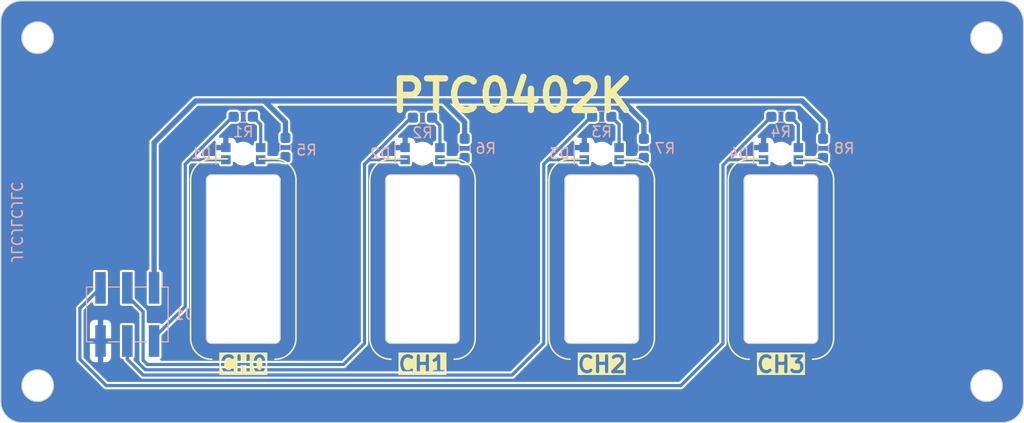
<source format=kicad_pcb>
(kicad_pcb (version 20221018) (generator pcbnew)
  (title_block (title "PTC0402k Front Panel") (date "2023-09-13") (rev "1.0") (company "Blueskin Design Ltd") (comment 1 "License: CERN-OHL-W") (comment 2 "Designer: Michael Turner"))
  (layers (0 "F.Cu" signal) (31 "B.Cu" signal) (34 "B.Paste" user) (35 "F.Paste" user) (36 "B.SilkS" user "B.Silkscreen") (37 "F.SilkS" user "F.Silkscreen") (38 "B.Mask" user) (39 "F.Mask" user) (44 "Edge.Cuts" user))
  (net 0 "")
  (net 1 "/LED0")
  (net 2 "GND")
  (net 3 "Net-(D1-Pad3)")
  (net 4 "Net-(D1-Pad4)")
  (net 5 "/LED1")
  (net 6 "Net-(D2-Pad3)")
  (net 7 "Net-(D2-Pad4)")
  (net 8 "/LED2")
  (net 9 "Net-(D3-Pad3)")
  (net 10 "Net-(D3-Pad4)")
  (net 11 "/LED3")
  (net 12 "Net-(D4-Pad3)")
  (net 13 "Net-(D4-Pad4)")
  (net 14 "+3V3")
  (footprint "Resistor_SMD:R_0603_1608Metric_Pad0.98x0.95mm_HandSolder" (layer "B.Cu") (at 128.5 113.9125 -90)
    (fp_text reference "R5" (at 0.254724 -2 180) (layer "B.SilkS") (effects (justify mirror)))
    (fp_text value "820")
    (fp_line (start -0.254724 -0.5225) (end 0.254724 -0.5225) (stroke (width 0.12)) (layer "B.SilkS"))
    (fp_line (start -0.254724 0.5225) (end 0.254724 0.5225) (stroke (width 0.12)) (layer "B.SilkS"))
    (pad "1" smd roundrect (at -0.9125 0 270) (size 0.975 0.95) (layers "B.Cu" "B.Paste" "B.Mask") (net 14 "+3V3"))
    (pad "2" smd roundrect (at 0.9125 0 270) (size 0.975 0.95) (layers "B.Cu" "B.Paste" "B.Mask") (net 4 "Net-(D1-Pad4)"))
  )
  (footprint "Footprints:Wurth_Bicolor_Reverse_Mount_LED" (layer "B.Cu") (at 175.5 114.5)
    (fp_text reference "D4" (at -4 0 unlocked) (layer "B.SilkS") (effects (justify mirror)))
    (fp_text value "LED_Dual_KKAA")
    (fp_line (start -2.6 1) (end -2.6 -1) (stroke (width 0.12)) (layer "B.SilkS"))
    (pad "" np_thru_hole circle (at 0 0) (size 1.75 1.75) (drill 1.75) (layers "F&B.Cu" "*.Mask"))
    (pad "1" smd rect (at -1.65 0.575) (size 0.9 0.85) (layers "B.Cu" "B.Paste" "B.Mask") (net 11 "/LED3"))
    (pad "2" smd rect (at -1.65 -0.575) (size 0.9 0.85) (layers "B.Cu" "B.Paste" "B.Mask") (net 2 "GND"))
    (pad "3" smd rect (at 1.65 -0.575) (size 0.9 0.85) (layers "B.Cu" "B.Paste" "B.Mask") (net 12 "Net-(D4-Pad3)"))
    (pad "4" smd rect (at 1.65 0.575) (size 0.9 0.85) (layers "B.Cu" "B.Paste" "B.Mask") (net 13 "Net-(D4-Pad4)"))
  )
  (footprint "Footprints:Wurth_Bicolor_Reverse_Mount_LED" (layer "B.Cu") (at 124.5 114.5)
    (fp_text reference "D1" (at -4 0 unlocked) (layer "B.SilkS") (effects (justify mirror)))
    (fp_text value "LED_Dual_KKAA")
    (fp_line (start -2.6 1) (end -2.6 -1) (stroke (width 0.12)) (layer "B.SilkS"))
    (pad "" np_thru_hole circle (at 0 0) (size 1.75 1.75) (drill 1.75) (layers "F&B.Cu" "*.Mask"))
    (pad "1" smd rect (at -1.65 0.575) (size 0.9 0.85) (layers "B.Cu" "B.Paste" "B.Mask") (net 1 "/LED0"))
    (pad "2" smd rect (at -1.65 -0.575) (size 0.9 0.85) (layers "B.Cu" "B.Paste" "B.Mask") (net 2 "GND"))
    (pad "3" smd rect (at 1.65 -0.575) (size 0.9 0.85) (layers "B.Cu" "B.Paste" "B.Mask") (net 3 "Net-(D1-Pad3)"))
    (pad "4" smd rect (at 1.65 0.575) (size 0.9 0.85) (layers "B.Cu" "B.Paste" "B.Mask") (net 4 "Net-(D1-Pad4)"))
  )
  (footprint "Resistor_SMD:R_0603_1608Metric_Pad0.98x0.95mm_HandSolder" (layer "B.Cu") (at 124.5 111)
    (fp_text reference "R1" (at 0 1.43) (layer "B.SilkS") (effects (justify mirror)))
    (fp_text value "820")
    (fp_line (start -0.254724 -0.5225) (end 0.254724 -0.5225) (stroke (width 0.12)) (layer "B.SilkS"))
    (fp_line (start -0.254724 0.5225) (end 0.254724 0.5225) (stroke (width 0.12)) (layer "B.SilkS"))
    (pad "1" smd roundrect (at -0.9125 0) (size 0.975 0.95) (layers "B.Cu" "B.Paste" "B.Mask") (net 1 "/LED0"))
    (pad "2" smd roundrect (at 0.9125 0) (size 0.975 0.95) (layers "B.Cu" "B.Paste" "B.Mask") (net 3 "Net-(D1-Pad3)"))
  )
  (footprint "Footprints:Wurth_Bicolor_Reverse_Mount_LED" (layer "B.Cu") (at 158.5 114.5)
    (fp_text reference "D3" (at -4 0 unlocked) (layer "B.SilkS") (effects (justify mirror)))
    (fp_text value "LED_Dual_KKAA")
    (fp_line (start -2.6 1) (end -2.6 -1) (stroke (width 0.12)) (layer "B.SilkS"))
    (pad "" np_thru_hole circle (at 0 0) (size 1.75 1.75) (drill 1.75) (layers "F&B.Cu" "*.Mask"))
    (pad "1" smd rect (at -1.65 0.575) (size 0.9 0.85) (layers "B.Cu" "B.Paste" "B.Mask") (net 8 "/LED2"))
    (pad "2" smd rect (at -1.65 -0.575) (size 0.9 0.85) (layers "B.Cu" "B.Paste" "B.Mask") (net 2 "GND"))
    (pad "3" smd rect (at 1.65 -0.575) (size 0.9 0.85) (layers "B.Cu" "B.Paste" "B.Mask") (net 9 "Net-(D3-Pad3)"))
    (pad "4" smd rect (at 1.65 0.575) (size 0.9 0.85) (layers "B.Cu" "B.Paste" "B.Mask") (net 10 "Net-(D3-Pad4)"))
  )
  (footprint "Footprints:Wurth_Bicolor_Reverse_Mount_LED" (layer "B.Cu") (at 141.5 114.5)
    (fp_text reference "D2" (at -4 0 unlocked) (layer "B.SilkS") (effects (justify mirror)))
    (fp_text value "LED_Dual_KKAA")
    (fp_line (start -2.6 1) (end -2.6 -1) (stroke (width 0.12)) (layer "B.SilkS"))
    (pad "" np_thru_hole circle (at 0 0) (size 1.75 1.75) (drill 1.75) (layers "F&B.Cu" "*.Mask"))
    (pad "1" smd rect (at -1.65 0.575) (size 0.9 0.85) (layers "B.Cu" "B.Paste" "B.Mask") (net 5 "/LED1"))
    (pad "2" smd rect (at -1.65 -0.575) (size 0.9 0.85) (layers "B.Cu" "B.Paste" "B.Mask") (net 2 "GND"))
    (pad "3" smd rect (at 1.65 -0.575) (size 0.9 0.85) (layers "B.Cu" "B.Paste" "B.Mask") (net 6 "Net-(D2-Pad3)"))
    (pad "4" smd rect (at 1.65 0.575) (size 0.9 0.85) (layers "B.Cu" "B.Paste" "B.Mask") (net 7 "Net-(D2-Pad4)"))
  )
  (footprint "Resistor_SMD:R_0603_1608Metric_Pad0.98x0.95mm_HandSolder" (layer "B.Cu") (at 179.5 114 -90)
    (fp_text reference "R8" (at 0 -2 180) (layer "B.SilkS") (effects (justify mirror)))
    (fp_text value "820")
    (fp_line (start -0.254724 -0.5225) (end 0.254724 -0.5225) (stroke (width 0.12)) (layer "B.SilkS"))
    (fp_line (start -0.254724 0.5225) (end 0.254724 0.5225) (stroke (width 0.12)) (layer "B.SilkS"))
    (pad "1" smd roundrect (at -0.9125 0 270) (size 0.975 0.95) (layers "B.Cu" "B.Paste" "B.Mask") (net 14 "+3V3"))
    (pad "2" smd roundrect (at 0.9125 0 270) (size 0.975 0.95) (layers "B.Cu" "B.Paste" "B.Mask") (net 13 "Net-(D4-Pad4)"))
  )
  (footprint "Connector_PinSocket_2.54mm:PinSocket_2x03_P2.54mm_Vertical_SMD" (layer "B.Cu") (at 113.5 129.75 90)
    (fp_text reference "J1" (at 0 5.31 180) (layer "B.SilkS") (effects (justify mirror)))
    (fp_text value "Conn_02x03_Odd_Even")
    (fp_line (start -2.6 -3.87) (end 2.6 -3.87) (stroke (width 0.12)) (layer "B.SilkS"))
    (fp_line (start -2.6 -3.3) (end -2.6 -3.87) (stroke (width 0.12)) (layer "B.SilkS"))
    (fp_line (start -2.6 -0.76) (end -2.6 -1.78) (stroke (width 0.12)) (layer "B.SilkS"))
    (fp_line (start -2.6 1.78) (end -2.6 0.76) (stroke (width 0.12)) (layer "B.SilkS"))
    (fp_line (start -2.6 3.87) (end -2.6 3.3) (stroke (width 0.12)) (layer "B.SilkS"))
    (fp_line (start -2.6 3.87) (end 2.6 3.87) (stroke (width 0.12)) (layer "B.SilkS"))
    (fp_line (start 2.6 -3.3) (end 2.6 -3.87) (stroke (width 0.12)) (layer "B.SilkS"))
    (fp_line (start 2.6 -0.76) (end 2.6 -1.78) (stroke (width 0.12)) (layer "B.SilkS"))
    (fp_line (start 2.6 1.78) (end 2.6 0.76) (stroke (width 0.12)) (layer "B.SilkS"))
    (fp_line (start 2.6 3.3) (end 3.96 3.3) (stroke (width 0.12)) (layer "B.SilkS"))
    (fp_line (start 2.6 3.87) (end 2.6 3.3) (stroke (width 0.12)) (layer "B.SilkS"))
    (pad "1" smd rect (at 2.52 2.54 90) (size 3 1) (layers "B.Cu" "B.Paste" "B.Mask") (net 14 "+3V3"))
    (pad "2" smd rect (at -2.52 2.54 90) (size 3 1) (layers "B.Cu" "B.Paste" "B.Mask") (net 1 "/LED0"))
    (pad "3" smd rect (at 2.52 0 90) (size 3 1) (layers "B.Cu" "B.Paste" "B.Mask") (net 5 "/LED1"))
    (pad "4" smd rect (at -2.52 0 90) (size 3 1) (layers "B.Cu" "B.Paste" "B.Mask") (net 8 "/LED2"))
    (pad "5" smd rect (at 2.52 -2.54 90) (size 3 1) (layers "B.Cu" "B.Paste" "B.Mask") (net 11 "/LED3"))
    (pad "6" smd rect (at -2.52 -2.54 90) (size 3 1) (layers "B.Cu" "B.Paste" "B.Mask") (net 2 "GND"))
  )
  (footprint "Resistor_SMD:R_0603_1608Metric_Pad0.98x0.95mm_HandSolder" (layer "B.Cu") (at 145.5 114 -90)
    (fp_text reference "R6" (at 0 -2 180) (layer "B.SilkS") (effects (justify mirror)))
    (fp_text value "820")
    (fp_line (start -0.254724 -0.5225) (end 0.254724 -0.5225) (stroke (width 0.12)) (layer "B.SilkS"))
    (fp_line (start -0.254724 0.5225) (end 0.254724 0.5225) (stroke (width 0.12)) (layer "B.SilkS"))
    (pad "1" smd roundrect (at -0.9125 0 270) (size 0.975 0.95) (layers "B.Cu" "B.Paste" "B.Mask") (net 14 "+3V3"))
    (pad "2" smd roundrect (at 0.9125 0 270) (size 0.975 0.95) (layers "B.Cu" "B.Paste" "B.Mask") (net 7 "Net-(D2-Pad4)"))
  )
  (footprint "Resistor_SMD:R_0603_1608Metric_Pad0.98x0.95mm_HandSolder" (layer "B.Cu") (at 158.5 111)
    (fp_text reference "R3" (at 0 1.43) (layer "B.SilkS") (effects (justify mirror)))
    (fp_text value "820")
    (fp_line (start -0.254724 -0.5225) (end 0.254724 -0.5225) (stroke (width 0.12)) (layer "B.SilkS"))
    (fp_line (start -0.254724 0.5225) (end 0.254724 0.5225) (stroke (width 0.12)) (layer "B.SilkS"))
    (pad "1" smd roundrect (at -0.9125 0) (size 0.975 0.95) (layers "B.Cu" "B.Paste" "B.Mask") (net 8 "/LED2"))
    (pad "2" smd roundrect (at 0.9125 0) (size 0.975 0.95) (layers "B.Cu" "B.Paste" "B.Mask") (net 9 "Net-(D3-Pad3)"))
  )
  (footprint "Resistor_SMD:R_0603_1608Metric_Pad0.98x0.95mm_HandSolder" (layer "B.Cu") (at 175.5 111)
    (fp_text reference "R4" (at 0 1.43) (layer "B.SilkS") (effects (justify mirror)))
    (fp_text value "820")
    (fp_line (start -0.254724 -0.5225) (end 0.254724 -0.5225) (stroke (width 0.12)) (layer "B.SilkS"))
    (fp_line (start -0.254724 0.5225) (end 0.254724 0.5225) (stroke (width 0.12)) (layer "B.SilkS"))
    (pad "1" smd roundrect (at -0.9125 0) (size 0.975 0.95) (layers "B.Cu" "B.Paste" "B.Mask") (net 11 "/LED3"))
    (pad "2" smd roundrect (at 0.9125 0) (size 0.975 0.95) (layers "B.Cu" "B.Paste" "B.Mask") (net 12 "Net-(D4-Pad3)"))
  )
  (footprint "Resistor_SMD:R_0603_1608Metric_Pad0.98x0.95mm_HandSolder" (layer "B.Cu") (at 141.5 111.0875)
    (fp_text reference "R2" (at 0 1.43) (layer "B.SilkS") (effects (justify mirror)))
    (fp_text value "820")
    (fp_line (start -0.254724 -0.5225) (end 0.254724 -0.5225) (stroke (width 0.12)) (layer "B.SilkS"))
    (fp_line (start -0.254724 0.5225) (end 0.254724 0.5225) (stroke (width 0.12)) (layer "B.SilkS"))
    (pad "1" smd roundrect (at -0.9125 0) (size 0.975 0.95) (layers "B.Cu" "B.Paste" "B.Mask") (net 5 "/LED1"))
    (pad "2" smd roundrect (at 0.9125 0) (size 0.975 0.95) (layers "B.Cu" "B.Paste" "B.Mask") (net 6 "Net-(D2-Pad3)"))
  )
  (footprint "Resistor_SMD:R_0603_1608Metric_Pad0.98x0.95mm_HandSolder" (layer "B.Cu") (at 162.5 114 -90)
    (fp_text reference "R7" (at 0 -2 180) (layer "B.SilkS") (effects (justify mirror)))
    (fp_text value "820")
    (fp_line (start -0.254724 -0.5225) (end 0.254724 -0.5225) (stroke (width 0.12)) (layer "B.SilkS"))
    (fp_line (start -0.254724 0.5225) (end 0.254724 0.5225) (stroke (width 0.12)) (layer "B.SilkS"))
    (pad "1" smd roundrect (at -0.9125 0 270) (size 0.975 0.95) (layers "B.Cu" "B.Paste" "B.Mask") (net 14 "+3V3"))
    (pad "2" smd roundrect (at 0.9125 0 270) (size 0.975 0.95) (layers "B.Cu" "B.Paste" "B.Mask") (net 10 "Net-(D3-Pad4)"))
  )
  (gr_line (start 174 115) (end 172.5 115) (stroke (width 0.15)) (layer "F.SilkS"))
  (gr_line (start 153.5 132) (end 153.5 117) (stroke (width 0.15)) (layer "F.SilkS"))
  (gr_line (start 121.5 115) (end 123 115) (stroke (width 0.15)) (layer "F.SilkS"))
  (gr_arc (start 138.5 134) (mid 137.085786 133.414214) (end 136.5 132) (stroke (width 0.15)) (layer "F.SilkS"))
  (gr_arc (start 129.5 132) (mid 128.914214 133.414214) (end 127.5 134) (stroke (width 0.15)) (layer "F.SilkS"))
  (gr_line (start 161.5 115) (end 160 115) (stroke (width 0.15)) (layer "F.SilkS"))
  (gr_line (start 146.5 117) (end 146.5 132) (stroke (width 0.15)) (layer "F.SilkS"))
  (gr_arc (start 121.5 134) (mid 120.085786 133.414214) (end 119.5 132) (stroke (width 0.15)) (layer "F.SilkS"))
  (gr_arc (start 178.5 115) (mid 179.914214 115.585786) (end 180.5 117) (stroke (width 0.15)) (layer "F.SilkS"))
  (gr_arc (start 172.5 134) (mid 171.085786 133.414214) (end 170.5 132) (stroke (width 0.15)) (layer "F.SilkS"))
  (gr_line (start 155.5 115) (end 157 115) (stroke (width 0.15)) (layer "F.SilkS"))
  (gr_arc (start 119.5 117) (mid 120.085786 115.585786) (end 121.5 115) (stroke (width 0.15)) (layer "F.SilkS"))
  (gr_line (start 144.5 115) (end 143 115) (stroke (width 0.15)) (layer "F.SilkS"))
  (gr_arc (start 144.5 115) (mid 145.914214 115.585786) (end 146.5 117) (stroke (width 0.15)) (layer "F.SilkS"))
  (gr_line (start 138.5 115) (end 140 115) (stroke (width 0.15)) (layer "F.SilkS"))
  (gr_arc (start 155.5 134) (mid 154.085786 133.414214) (end 153.5 132) (stroke (width 0.15)) (layer "F.SilkS"))
  (gr_line (start 170.5 117) (end 170.5 132) (stroke (width 0.15)) (layer "F.SilkS"))
  (gr_arc (start 146.5 132) (mid 145.914214 133.414214) (end 144.5 134) (stroke (width 0.15)) (layer "F.SilkS"))
  (gr_line (start 129.5 132) (end 129.5 117) (stroke (width 0.15)) (layer "F.SilkS"))
  (gr_line (start 180.5 117) (end 180.5 132) (stroke (width 0.15)) (layer "F.SilkS"))
  (gr_arc (start 163.5 132) (mid 162.914214 133.414214) (end 161.5 134) (stroke (width 0.15)) (layer "F.SilkS"))
  (gr_arc (start 170.5 117) (mid 171.085786 115.585786) (end 172.5 115) (stroke (width 0.15)) (layer "F.SilkS"))
  (gr_line (start 178.5 115) (end 177 115) (stroke (width 0.15)) (layer "F.SilkS"))
  (gr_arc (start 136.5 117) (mid 137.085786 115.585786) (end 138.5 115) (stroke (width 0.15)) (layer "F.SilkS"))
  (gr_line (start 136.5 132) (end 136.5 117) (stroke (width 0.15)) (layer "F.SilkS"))
  (gr_line (start 119.5 132) (end 119.5 117) (stroke (width 0.15)) (layer "F.SilkS"))
  (gr_arc (start 161.5 115) (mid 162.914214 115.585786) (end 163.5 117) (stroke (width 0.15)) (layer "F.SilkS"))
  (gr_arc (start 180.5 132) (mid 179.914214 133.414214) (end 178.5 134) (stroke (width 0.15)) (layer "F.SilkS"))
  (gr_line (start 127.5 115) (end 126 115) (stroke (width 0.15)) (layer "F.SilkS"))
  (gr_line (start 163.5 117) (end 163.5 132) (stroke (width 0.15)) (layer "F.SilkS"))
  (gr_arc (start 127.5 115) (mid 128.914214 115.585786) (end 129.5 117) (stroke (width 0.15)) (layer "F.SilkS"))
  (gr_arc (start 153.5 117) (mid 154.085786 115.585786) (end 155.5 115) (stroke (width 0.15)) (layer "F.SilkS"))
  (gr_arc (start 101.5 102) (mid 102.085786 100.585786) (end 103.5 100) (stroke (width 0.1)) (layer "Edge.Cuts"))
  (gr_arc (start 121 117) (mid 121.146447 116.646447) (end 121.5 116.5) (stroke (width 0.1)) (layer "Edge.Cuts"))
  (gr_line (start 155 117) (end 155 132) (stroke (width 0.1)) (layer "Edge.Cuts"))
  (gr_line (start 138.5 132.5) (end 144.5 132.5) (stroke (width 0.1)) (layer "Edge.Cuts"))
  (gr_arc (start 138.5 132.5) (mid 138.146447 132.353553) (end 138 132) (stroke (width 0.1)) (layer "Edge.Cuts"))
  (gr_arc (start 155 117) (mid 155.146447 116.646447) (end 155.5 116.5) (stroke (width 0.1)) (layer "Edge.Cuts"))
  (gr_circle (center 105 103.5) (end 106.5 103.5) (stroke (width 0.1)) (fill none) (layer "Edge.Cuts"))
  (gr_circle (center 105 136.5) (end 106.5 136.5) (stroke (width 0.1)) (fill none) (layer "Edge.Cuts"))
  (gr_arc (start 128 132) (mid 127.853553 132.353553) (end 127.5 132.5) (stroke (width 0.1)) (layer "Edge.Cuts"))
  (gr_arc (start 138 117) (mid 138.146447 116.646447) (end 138.5 116.5) (stroke (width 0.1)) (layer "Edge.Cuts"))
  (gr_line (start 172 117) (end 172 132) (stroke (width 0.1)) (layer "Edge.Cuts"))
  (gr_circle (center 195 103.5) (end 196.5 103.5) (stroke (width 0.1)) (fill none) (layer "Edge.Cuts"))
  (gr_arc (start 179 132) (mid 178.853553 132.353553) (end 178.5 132.5) (stroke (width 0.1)) (layer "Edge.Cuts"))
  (gr_line (start 172.5 132.5) (end 178.5 132.5) (stroke (width 0.1)) (layer "Edge.Cuts"))
  (gr_line (start 121.5 132.5) (end 127.5 132.5) (stroke (width 0.1)) (layer "Edge.Cuts"))
  (gr_arc (start 161.5 116.5) (mid 161.853553 116.646447) (end 162 117) (stroke (width 0.1)) (layer "Edge.Cuts"))
  (gr_line (start 101.5 102) (end 101.5 138) (stroke (width 0.1)) (layer "Edge.Cuts"))
  (gr_line (start 155.5 132.5) (end 161.5 132.5) (stroke (width 0.1)) (layer "Edge.Cuts"))
  (gr_line (start 162 132) (end 162 117) (stroke (width 0.1)) (layer "Edge.Cuts"))
  (gr_arc (start 198.5 138) (mid 197.914214 139.414214) (end 196.5 140) (stroke (width 0.1)) (layer "Edge.Cuts"))
  (gr_arc (start 162 132) (mid 161.853553 132.353553) (end 161.5 132.5) (stroke (width 0.1)) (layer "Edge.Cuts"))
  (gr_circle (center 195 136.5) (end 196.5 136.5) (stroke (width 0.1)) (fill none) (layer "Edge.Cuts"))
  (gr_line (start 127.5 116.5) (end 121.5 116.5) (stroke (width 0.1)) (layer "Edge.Cuts"))
  (gr_arc (start 172 117) (mid 172.146447 116.646447) (end 172.5 116.5) (stroke (width 0.1)) (layer "Edge.Cuts"))
  (gr_line (start 103.5 140) (end 196.5 140) (stroke (width 0.1)) (layer "Edge.Cuts"))
  (gr_line (start 144.5 116.5) (end 138.5 116.5) (stroke (width 0.1)) (layer "Edge.Cuts"))
  (gr_arc (start 172.5 132.5) (mid 172.146447 132.353553) (end 172 132) (stroke (width 0.1)) (layer "Edge.Cuts"))
  (gr_line (start 138 117) (end 138 132) (stroke (width 0.1)) (layer "Edge.Cuts"))
  (gr_line (start 145 132) (end 145 117) (stroke (width 0.1)) (layer "Edge.Cuts"))
  (gr_arc (start 145 132) (mid 144.853553 132.353553) (end 144.5 132.5) (stroke (width 0.1)) (layer "Edge.Cuts"))
  (gr_line (start 179 132) (end 179 117) (stroke (width 0.1)) (layer "Edge.Cuts"))
  (gr_arc (start 155.5 132.5) (mid 155.146447 132.353553) (end 155 132) (stroke (width 0.1)) (layer "Edge.Cuts"))
  (gr_line (start 121 117) (end 121 132) (stroke (width 0.1)) (layer "Edge.Cuts"))
  (gr_arc (start 127.5 116.5) (mid 127.853553 116.646447) (end 128 117) (stroke (width 0.1)) (layer "Edge.Cuts"))
  (gr_line (start 178.5 116.5) (end 172.5 116.5) (stroke (width 0.1)) (layer "Edge.Cuts"))
  (gr_arc (start 178.5 116.5) (mid 178.853553 116.646447) (end 179 117) (stroke (width 0.1)) (layer "Edge.Cuts"))
  (gr_arc (start 196.5 100) (mid 197.914214 100.585786) (end 198.5 102) (stroke (width 0.1)) (layer "Edge.Cuts"))
  (gr_line (start 103.5 100) (end 196.5 100) (stroke (width 0.1)) (layer "Edge.Cuts"))
  (gr_line (start 198.5 138) (end 198.5 102) (stroke (width 0.1)) (layer "Edge.Cuts"))
  (gr_line (start 128 132) (end 128 117) (stroke (width 0.1)) (layer "Edge.Cuts"))
  (gr_line (start 161.5 116.5) (end 155.5 116.5) (stroke (width 0.1)) (layer "Edge.Cuts"))
  (gr_arc (start 121.5 132.5) (mid 121.146447 132.353553) (end 121 132) (stroke (width 0.1)) (layer "Edge.Cuts"))
  (gr_arc (start 103.5 140) (mid 102.085786 139.414214) (end 101.5 138) (stroke (width 0.1)) (layer "Edge.Cuts"))
  (gr_arc (start 144.5 116.5) (mid 144.853553 116.646447) (end 145 117) (stroke (width 0.1)) (layer "Edge.Cuts"))
  (gr_text "JLCJLCJLC" (at 103 121 270) (layer "B.SilkS") (effects (font (size 1 1)) (justify mirror)))
  (gr_text "CH3" (at 175.5 134.5) (layer "F.SilkS" knockout) (effects (font (size 1.5 1.5) (thickness 0.3))))
  (gr_text "CH1" (at 141.5 134.5) (layer "F.SilkS" knockout) (effects (font (size 1.5 1.5) (thickness 0.3))))
  (gr_text "CH0" (at 124.5 134.5) (layer "F.SilkS" knockout) (effects (font (size 1.5 1.5) (thickness 0.3))))
  (gr_text "PTC0402K" (at 150 109) (layer "F.SilkS") (effects (font (size 3 3) (thickness 0.6))))
  (gr_text "CH2" (at 158.5 134.5) (layer "F.SilkS" knockout) (effects (font (size 1.5 1.5) (thickness 0.3))))
  (segment (start 119 129) (end 119 115.5) (width 0.3) (layer "B.Cu") (net 1))
  (segment (start 119.5 115) (end 123.5 111) (width 0.3) (layer "B.Cu") (net 1))
  (segment (start 116.04 132.27) (end 116.04 131.96) (width 0.3) (layer "B.Cu") (net 1))
  (segment (start 119 115.5) (end 119.425 115.075) (width 0.3) (layer "B.Cu") (net 1))
  (segment (start 119.425 115.075) (end 122.85 115.075) (width 0.3) (layer "B.Cu") (net 1))
  (segment (start 116.04 131.96) (end 119 129) (width 0.3) (layer "B.Cu") (net 1))
  (segment (start 123.5 111) (end 123.5875 111) (width 0.3) (layer "B.Cu") (net 1))
  (segment (start 126.15 111.7375) (end 125.4125 111) (width 0.3) (layer "B.Cu") (net 3))
  (segment (start 126.15 113.925) (end 126.15 111.7375) (width 0.3) (layer "B.Cu") (net 3))
  (segment (start 128.25 115.075) (end 128.5 114.825) (width 0.3) (layer "B.Cu") (net 4))
  (segment (start 126.15 115.075) (end 128.25 115.075) (width 0.3) (layer "B.Cu") (net 4))
  (segment (start 115 134.09) (end 115.41 134.5) (width 0.3) (layer "B.Cu") (net 5))
  (segment (start 136 132.5) (end 136 115.5) (width 0.3) (layer "B.Cu") (net 5))
  (segment (start 113.5 128) (end 115 129.5) (width 0.3) (layer "B.Cu") (net 5))
  (segment (start 136.425 115.075) (end 137.575 115.075) (width 0.3) (layer "B.Cu") (net 5))
  (segment (start 115.41 134.5) (end 134 134.5) (width 0.3) (layer "B.Cu") (net 5))
  (segment (start 136 115.5) (end 136.425 115.075) (width 0.3) (layer "B.Cu") (net 5))
  (segment (start 134 134.5) (end 136 132.5) (width 0.3) (layer "B.Cu") (net 5))
  (segment (start 136.425 115.075) (end 140.4125 111.0875) (width 0.3) (layer "B.Cu") (net 5))
  (segment (start 137.575 115.075) (end 139.85 115.075) (width 0.3) (layer "B.Cu") (net 5))
  (segment (start 113.5 127.23) (end 113.5 128) (width 0.3) (layer "B.Cu") (net 5))
  (segment (start 115 129.5) (end 115 134.09) (width 0.3) (layer "B.Cu") (net 5))
  (segment (start 140.4125 111.0875) (end 140.5875 111.0875) (width 0.3) (layer "B.Cu") (net 5))
  (segment (start 143.15 111.825) (end 143.15 113.925) (width 0.3) (layer "B.Cu") (net 6))
  (segment (start 142.4125 111.0875) (end 143.15 111.825) (width 0.3) (layer "B.Cu") (net 6))
  (segment (start 143.15 115.075) (end 145.3375 115.075) (width 0.3) (layer "B.Cu") (net 7))
  (segment (start 145.3375 115.075) (end 145.5 114.9125) (width 0.3) (layer "B.Cu") (net 7))
  (segment (start 153.425 115.075) (end 157.5 111) (width 0.3) (layer "B.Cu") (net 8))
  (segment (start 150 135.5) (end 153 132.5) (width 0.3) (layer "B.Cu") (net 8))
  (segment (start 154.425 115.075) (end 156.85 115.075) (width 0.3) (layer "B.Cu") (net 8))
  (segment (start 113.5 134) (end 115 135.5) (width 0.3) (layer "B.Cu") (net 8))
  (segment (start 153 132.5) (end 153 115.5) (width 0.3) (layer "B.Cu") (net 8))
  (segment (start 157.5 111) (end 157.5875 111) (width 0.3) (layer "B.Cu") (net 8))
  (segment (start 113.5 132.27) (end 113.5 134) (width 0.3) (layer "B.Cu") (net 8))
  (segment (start 153.425 115.075) (end 154.425 115.075) (width 0.3) (layer "B.Cu") (net 8))
  (segment (start 115 135.5) (end 150 135.5) (width 0.3) (layer "B.Cu") (net 8))
  (segment (start 153 115.5) (end 153.425 115.075) (width 0.3) (layer "B.Cu") (net 8))
  (segment (start 160.15 111.7375) (end 159.4125 111) (width 0.3) (layer "B.Cu") (net 9))
  (segment (start 160.15 113.925) (end 160.15 111.7375) (width 0.3) (layer "B.Cu") (net 9))
  (segment (start 162.3375 115.075) (end 162.5 114.9125) (width 0.3) (layer "B.Cu") (net 10))
  (segment (start 160.15 115.075) (end 162.3375 115.075) (width 0.3) (layer "B.Cu") (net 10))
  (segment (start 170 132.5) (end 166 136.5) (width 0.3) (layer "B.Cu") (net 11))
  (segment (start 174.5875 111) (end 170.54375 115.04375) (width 0.3) (layer "B.Cu") (net 11))
  (segment (start 109 134) (end 109 129.19) (width 0.3) (layer "B.Cu") (net 11))
  (segment (start 170 115.5875) (end 170 132.5) (width 0.3) (layer "B.Cu") (net 11))
  (segment (start 170.54375 115.04375) (end 170 115.5875) (width 0.3) (layer "B.Cu") (net 11))
  (segment (start 173.85 115.075) (end 170.575 115.075) (width 0.3) (layer "B.Cu") (net 11))
  (segment (start 111.5 136.5) (end 109 134) (width 0.3) (layer "B.Cu") (net 11))
  (segment (start 166 136.5) (end 111.5 136.5) (width 0.3) (layer "B.Cu") (net 11))
  (segment (start 109 129.19) (end 110.96 127.23) (width 0.3) (layer "B.Cu") (net 11))
  (segment (start 170.575 115.075) (end 170.54375 115.04375) (width 0.3) (layer "B.Cu") (net 11))
  (segment (start 176.4125 111) (end 177.15 111.7375) (width 0.3) (layer "B.Cu") (net 12))
  (segment (start 177.15 111.7375) (end 177.15 113.925) (width 0.3) (layer "B.Cu") (net 12))
  (segment (start 177.15 115.075) (end 179.3375 115.075) (width 0.3) (layer "B.Cu") (net 13))
  (segment (start 179.3375 115.075) (end 179.5 114.9125) (width 0.3) (layer "B.Cu") (net 13))
  (segment (start 120 109.5) (end 116.04 113.46) (width 0.5) (layer "B.Cu") (net 14))
  (segment (start 126.5 109.5) (end 120 109.5) (width 0.5) (layer "B.Cu") (net 14))
  (segment (start 143.5 109.5) (end 145.5 111.5) (width 0.5) (layer "B.Cu") (net 14))
  (segment (start 162.5 111.5) (end 162.5 113.0875) (width 0.5) (layer "B.Cu") (net 14))
  (segment (start 116.04 113.46) (end 116.04 127.23) (width 0.5) (layer "B.Cu") (net 14))
  (segment (start 145.5 111.5) (end 145.5 113.0875) (width 0.5) (layer "B.Cu") (net 14))
  (segment (start 126.5 109.5) (end 143.5 109.5) (width 0.5) (layer "B.Cu") (net 14))
  (segment (start 160.5 109.5) (end 177.5 109.5) (width 0.5) (layer "B.Cu") (net 14))
  (segment (start 160.5 109.5) (end 162.5 111.5) (width 0.5) (layer "B.Cu") (net 14))
  (segment (start 143.5 109.5) (end 160.5 109.5) (width 0.5) (layer "B.Cu") (net 14))
  (segment (start 128.5 111.5) (end 126.5 109.5) (width 0.5) (layer "B.Cu") (net 14))
  (segment (start 179.5 111.5) (end 179.5 113.0875) (width 0.5) (layer "B.Cu") (net 14))
  (segment (start 177.5 109.5) (end 179.5 111.5) (width 0.5) (layer "B.Cu") (net 14))
  (segment (start 128.5 113) (end 128.5 111.5) (width 0.5) (layer "B.Cu") (net 14))
  (zone (net 2) (net_name "GND") (layers "F&B.Cu") (connect_pads (clearance 0.2)) (min_thickness 0.254) (fill yes (thermal_gap 0.508) (thermal_bridge_width 0.508) (island_removal_mode 1) (island_area_min 10))
    (polygon (pts (xy 198.5 140) (xy 101.5 140) (xy 101.5 100) (xy 198.5 100)))
  )
)
</source>
